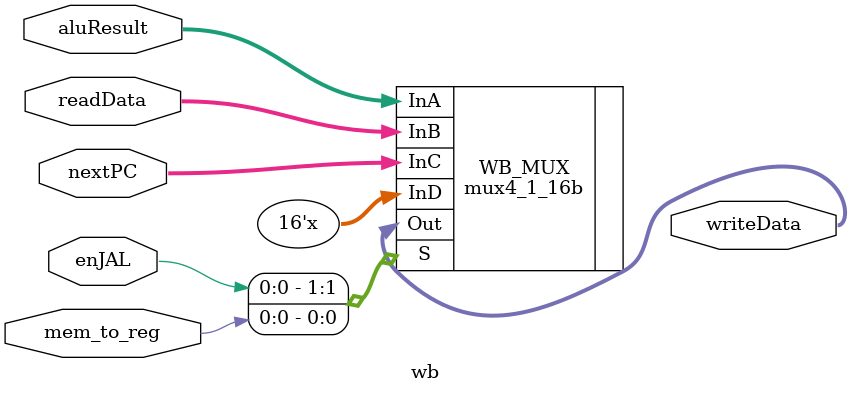
<source format=v>
/*
   CS/ECE 552 Spring '20
  
   Filename        : wb.v
   Description     : This is the module for the overall Write Back stage of the processor.
*/
module wb (aluResult, readData, nextPC, enJAL, mem_to_reg, writeData);
  // --- Inputs ---
  input [15:0] aluResult;
  input [15:0] readData;
  input [15:0] nextPC;
  input enJAL;
  input mem_to_reg;

  // --- Outputs ---
  output [15:0] writeData;

  // --- Code ---
  mux4_1_16b WB_MUX (.InA(aluResult), .InB(readData), .InC(nextPC), .InD(16'hXXXX), .S({enJAL, mem_to_reg}), .Out(writeData));
endmodule
   


</source>
